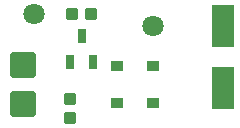
<source format=gbr>
G04*
G04 #@! TF.GenerationSoftware,Altium Limited,Altium Designer,25.8.1 (18)*
G04*
G04 Layer_Color=255*
%FSLAX25Y25*%
%MOIN*%
G70*
G04*
G04 #@! TF.SameCoordinates,B1D4E9D2-DA07-4CAB-BB94-732616643687*
G04*
G04*
G04 #@! TF.FilePolarity,Positive*
G04*
G01*
G75*
%ADD15R,0.03150X0.04724*%
G04:AMPARAMS|DCode=16|XSize=37.4mil|YSize=35.43mil|CornerRadius=2.66mil|HoleSize=0mil|Usage=FLASHONLY|Rotation=0.000|XOffset=0mil|YOffset=0mil|HoleType=Round|Shape=RoundedRectangle|*
%AMROUNDEDRECTD16*
21,1,0.03740,0.03012,0,0,0.0*
21,1,0.03209,0.03543,0,0,0.0*
1,1,0.00532,0.01604,-0.01506*
1,1,0.00532,-0.01604,-0.01506*
1,1,0.00532,-0.01604,0.01506*
1,1,0.00532,0.01604,0.01506*
%
%ADD16ROUNDEDRECTD16*%
G04:AMPARAMS|DCode=17|XSize=39.37mil|YSize=37.4mil|CornerRadius=4.68mil|HoleSize=0mil|Usage=FLASHONLY|Rotation=90.000|XOffset=0mil|YOffset=0mil|HoleType=Round|Shape=RoundedRectangle|*
%AMROUNDEDRECTD17*
21,1,0.03937,0.02805,0,0,90.0*
21,1,0.03002,0.03740,0,0,90.0*
1,1,0.00935,0.01403,0.01501*
1,1,0.00935,0.01403,-0.01501*
1,1,0.00935,-0.01403,-0.01501*
1,1,0.00935,-0.01403,0.01501*
%
%ADD17ROUNDEDRECTD17*%
%ADD18R,0.07284X0.13976*%
G04:AMPARAMS|DCode=19|XSize=87.4mil|YSize=83.86mil|CornerRadius=6.29mil|HoleSize=0mil|Usage=FLASHONLY|Rotation=90.000|XOffset=0mil|YOffset=0mil|HoleType=Round|Shape=RoundedRectangle|*
%AMROUNDEDRECTD19*
21,1,0.08740,0.07128,0,0,90.0*
21,1,0.07482,0.08386,0,0,90.0*
1,1,0.01258,0.03564,0.03741*
1,1,0.01258,0.03564,-0.03741*
1,1,0.01258,-0.03564,-0.03741*
1,1,0.01258,-0.03564,0.03741*
%
%ADD19ROUNDEDRECTD19*%
G04:AMPARAMS|DCode=20|XSize=39.37mil|YSize=37.4mil|CornerRadius=4.68mil|HoleSize=0mil|Usage=FLASHONLY|Rotation=180.000|XOffset=0mil|YOffset=0mil|HoleType=Round|Shape=RoundedRectangle|*
%AMROUNDEDRECTD20*
21,1,0.03937,0.02805,0,0,180.0*
21,1,0.03002,0.03740,0,0,180.0*
1,1,0.00935,-0.01501,0.01403*
1,1,0.00935,0.01501,0.01403*
1,1,0.00935,0.01501,-0.01403*
1,1,0.00935,-0.01501,-0.01403*
%
%ADD20ROUNDEDRECTD20*%
%ADD28C,0.07087*%
D15*
X275394Y369685D02*
D03*
X271654Y378346D02*
D03*
X267913Y369685D02*
D03*
D16*
X283465Y368406D02*
D03*
X295276D02*
D03*
Y356004D02*
D03*
X283465D02*
D03*
D17*
X274803Y385827D02*
D03*
X268504D02*
D03*
D18*
X318898Y381890D02*
D03*
Y361221D02*
D03*
D19*
X251969Y355591D02*
D03*
Y368819D02*
D03*
D20*
X267717Y357480D02*
D03*
Y351181D02*
D03*
D28*
X295276Y381890D02*
D03*
X255906Y385827D02*
D03*
M02*

</source>
